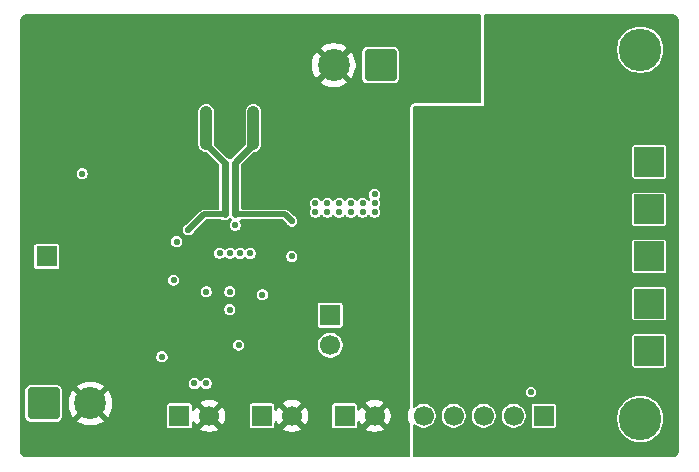
<source format=gbr>
%TF.GenerationSoftware,KiCad,Pcbnew,9.0.6+1*%
%TF.CreationDate,Date%
%TF.ProjectId,solar_smart_station,736f6c61-725f-4736-9d61-72745f737461,+ (Unreleased)*%
%TF.SameCoordinates,Original*%
%TF.FileFunction,Copper,L2,Inr*%
%TF.FilePolarity,Positive*%
%FSLAX46Y46*%
G04 Gerber Fmt 4.6, Leading zero omitted, Abs format (unit mm)*
G04 Created by KiCad*
%MOMM*%
%LPD*%
G01*
G04 APERTURE LIST*
G04 Aperture macros list*
%AMRoundRect*
0 Rectangle with rounded corners*
0 $1 Rounding radius*
0 $2 $3 $4 $5 $6 $7 $8 $9 X,Y pos of 4 corners*
0 Add a 4 corners polygon primitive as box body*
4,1,4,$2,$3,$4,$5,$6,$7,$8,$9,$2,$3,0*
0 Add four circle primitives for the rounded corners*
1,1,$1+$1,$2,$3*
1,1,$1+$1,$4,$5*
1,1,$1+$1,$6,$7*
1,1,$1+$1,$8,$9*
0 Add four rect primitives between the rounded corners*
20,1,$1+$1,$2,$3,$4,$5,0*
20,1,$1+$1,$4,$5,$6,$7,0*
20,1,$1+$1,$6,$7,$8,$9,0*
20,1,$1+$1,$8,$9,$2,$3,0*%
G04 Aperture macros list end*
%TA.AperFunction,ComponentPad*%
%ADD10R,2.500000X2.500000*%
%TD*%
%TA.AperFunction,ComponentPad*%
%ADD11C,3.600000*%
%TD*%
%TA.AperFunction,ComponentPad*%
%ADD12R,1.700000X1.700000*%
%TD*%
%TA.AperFunction,ComponentPad*%
%ADD13C,1.700000*%
%TD*%
%TA.AperFunction,ComponentPad*%
%ADD14RoundRect,0.250001X1.099999X1.099999X-1.099999X1.099999X-1.099999X-1.099999X1.099999X-1.099999X0*%
%TD*%
%TA.AperFunction,ComponentPad*%
%ADD15C,2.700000*%
%TD*%
%TA.AperFunction,ComponentPad*%
%ADD16RoundRect,0.250001X-1.099999X-1.099999X1.099999X-1.099999X1.099999X1.099999X-1.099999X1.099999X0*%
%TD*%
%TA.AperFunction,ViaPad*%
%ADD17C,0.550000*%
%TD*%
%TA.AperFunction,Conductor*%
%ADD18C,0.600000*%
%TD*%
%TA.AperFunction,Conductor*%
%ADD19C,1.000000*%
%TD*%
%TA.AperFunction,Conductor*%
%ADD20C,0.500000*%
%TD*%
G04 APERTURE END LIST*
D10*
%TO.N,Net-(H4-Pad1)*%
%TO.C,H4*%
X84000000Y-163500000D03*
%TD*%
D11*
%TO.N,unconnected-(H8-Pad1)_2*%
%TO.C,H8*%
X83250000Y-150000000D03*
%TD*%
D10*
%TO.N,Net-(H2-Pad1)*%
%TO.C,H2*%
X84000000Y-171500000D03*
%TD*%
%TO.N,-BATT*%
%TO.C,H6*%
X84000000Y-155500000D03*
%TD*%
D12*
%TO.N,CE_N*%
%TO.C,J1*%
X44225000Y-181000000D03*
D13*
%TO.N,GND*%
X46765000Y-181000000D03*
%TD*%
D12*
%TO.N,REGN*%
%TO.C,J2*%
X57000000Y-172475000D03*
D13*
%TO.N,LDO_IN*%
X57000000Y-175015000D03*
%TD*%
D10*
%TO.N,BATTERY_PACK*%
%TO.C,H1*%
X84000000Y-175500000D03*
%TD*%
D12*
%TO.N,VCC*%
%TO.C,J3*%
X75080000Y-181000000D03*
D13*
%TO.N,SWDIO*%
X72540000Y-181000000D03*
%TO.N,SWCLK*%
X70000000Y-181000000D03*
%TO.N,RST*%
X67460000Y-181000000D03*
%TO.N,GND*%
X64920000Y-181000000D03*
%TD*%
D10*
%TO.N,Net-(H3-Pad1)*%
%TO.C,H3*%
X84000000Y-167500000D03*
%TD*%
D12*
%TO.N,THERMISTOR_2*%
%TO.C,J8*%
X58225000Y-181000000D03*
D13*
%TO.N,GND*%
X60765000Y-181000000D03*
%TD*%
D11*
%TO.N,GND*%
%TO.C,H7*%
X34250000Y-150250000D03*
%TD*%
D10*
%TO.N,Net-(H5-Pad1)*%
%TO.C,H5*%
X84000000Y-159500000D03*
%TD*%
D11*
%TO.N,GND*%
%TO.C,H9*%
X83250000Y-181250000D03*
%TD*%
D12*
%TO.N,/Project Architecture/SolarCharger/QON*%
%TO.C,TP1*%
X33000000Y-167500000D03*
%TD*%
%TO.N,THERMISTOR*%
%TO.C,J7*%
X51225000Y-181000000D03*
D13*
%TO.N,GND*%
X53765000Y-181000000D03*
%TD*%
D14*
%TO.N,SYSTEM_LOAD*%
%TO.C,J5*%
X61257500Y-151300000D03*
D15*
%TO.N,GND*%
X57297500Y-151300000D03*
%TD*%
D16*
%TO.N,+21V*%
%TO.C,J4*%
X32742500Y-179950000D03*
D15*
%TO.N,GND*%
X36702500Y-179950000D03*
%TD*%
D17*
%TO.N,GND*%
X39000000Y-155750000D03*
X53750000Y-163500000D03*
X59250000Y-166250000D03*
X41500000Y-168015000D03*
X55500000Y-155750000D03*
X44000000Y-155750000D03*
X58000000Y-155750000D03*
X36500000Y-173750000D03*
X54750000Y-177750000D03*
X39000000Y-168015000D03*
X53000000Y-155750000D03*
X54750000Y-177000000D03*
X56750000Y-166250000D03*
X53750000Y-161500000D03*
X47750000Y-165250000D03*
X41500000Y-155750000D03*
%TO.N,Net-(U1-SW1)*%
X48050002Y-163250000D03*
X46500000Y-155750000D03*
X45000000Y-165250000D03*
X46500000Y-158000000D03*
X46500000Y-157250000D03*
X48050002Y-163949998D03*
X46500000Y-156500000D03*
%TO.N,Net-(U1-SW2)*%
X48950000Y-163250000D03*
X50500000Y-156500000D03*
X50500000Y-157250000D03*
X50500000Y-158000000D03*
X53750000Y-164500000D03*
X50500000Y-155750000D03*
X48950000Y-163950000D03*
%TO.N,BATTERY_PACK*%
X59750000Y-163000000D03*
X56750000Y-163750000D03*
X58750000Y-163750000D03*
X60750000Y-163750000D03*
X55750000Y-163750000D03*
X57750000Y-163000000D03*
X60750000Y-163000000D03*
X60750000Y-162250000D03*
X56750000Y-163000000D03*
X57750000Y-163750000D03*
X55750000Y-163000000D03*
X58750000Y-163000000D03*
X59750000Y-163750000D03*
%TO.N,+3V3*%
X48499000Y-172000000D03*
X74000000Y-179000000D03*
X43750000Y-169500000D03*
X51250000Y-170750000D03*
%TO.N,REGN*%
X36000000Y-160500000D03*
X53750000Y-167500000D03*
X44000000Y-166250000D03*
%TO.N,/Project Architecture/SolarCharger/QON*%
X47640540Y-167215154D03*
%TO.N,-BATT*%
X79500000Y-161000000D03*
X75750000Y-156000000D03*
X79000000Y-149750000D03*
X64750000Y-155500000D03*
X71750000Y-171000000D03*
X75750000Y-154000000D03*
%TO.N,CE_N*%
X48533841Y-167230993D03*
%TO.N,RST*%
X48500000Y-170500000D03*
%TO.N,SWDIO*%
X45500000Y-178250000D03*
%TO.N,SWCLK*%
X46500000Y-178250000D03*
%TO.N,SCL*%
X49385961Y-167246832D03*
X46500000Y-170500000D03*
%TO.N,INT_N*%
X49250000Y-175000000D03*
X48948814Y-164846338D03*
%TO.N,SDA*%
X50218376Y-167239664D03*
X42750000Y-176000000D03*
%TD*%
D18*
%TO.N,Net-(U1-SW1)*%
X48000000Y-159500000D02*
X46500000Y-158000000D01*
D19*
X46500000Y-158000000D02*
X46500000Y-155250000D01*
D20*
X45000000Y-165250000D02*
X46300002Y-163949998D01*
D18*
X48050002Y-159550002D02*
X48000000Y-159500000D01*
X48050002Y-163949998D02*
X48050002Y-159550002D01*
D20*
X46300002Y-163949998D02*
X48050002Y-163949998D01*
D18*
%TO.N,Net-(U1-SW2)*%
X48950000Y-159550000D02*
X50500000Y-158000000D01*
D20*
X48950000Y-163950000D02*
X53200000Y-163950000D01*
D19*
X50500000Y-158000000D02*
X50500000Y-155250000D01*
D20*
X53200000Y-163950000D02*
X53750000Y-164500000D01*
D18*
X48950000Y-163950000D02*
X48950000Y-159550000D01*
%TD*%
%TA.AperFunction,Conductor*%
%TO.N,GND*%
G36*
X69737539Y-147020185D02*
G01*
X69783294Y-147072989D01*
X69794500Y-147124500D01*
X69794500Y-154420500D01*
X69774815Y-154487539D01*
X69722011Y-154533294D01*
X69670500Y-154544500D01*
X64123992Y-154544500D01*
X64080313Y-154549197D01*
X64028825Y-154560397D01*
X64018627Y-154562890D01*
X64018624Y-154562891D01*
X63937916Y-154605899D01*
X63937913Y-154605901D01*
X63885104Y-154651660D01*
X63867160Y-154669242D01*
X63867154Y-154669249D01*
X63822511Y-154749059D01*
X63822509Y-154749064D01*
X63802826Y-154816096D01*
X63802825Y-154816101D01*
X63802825Y-154816102D01*
X63800978Y-154828952D01*
X63794500Y-154874003D01*
X63794500Y-180191578D01*
X63794631Y-180198933D01*
X63794918Y-180206973D01*
X63777632Y-180274670D01*
X63771321Y-180284263D01*
X63765380Y-180292441D01*
X63765376Y-180292447D01*
X63668904Y-180481782D01*
X63603242Y-180683869D01*
X63603242Y-180683872D01*
X63570000Y-180893753D01*
X63570000Y-181106246D01*
X63603242Y-181316127D01*
X63603242Y-181316130D01*
X63668904Y-181518217D01*
X63765379Y-181707557D01*
X63772213Y-181716964D01*
X63795693Y-181782770D01*
X63794783Y-181804006D01*
X63794816Y-181804009D01*
X63794735Y-181805138D01*
X63794635Y-181807479D01*
X63794501Y-181808411D01*
X63794500Y-181808426D01*
X63794500Y-184375500D01*
X63774815Y-184442539D01*
X63722011Y-184488294D01*
X63670500Y-184499500D01*
X31256962Y-184499500D01*
X31243078Y-184498720D01*
X31230553Y-184497308D01*
X31152735Y-184488540D01*
X31125666Y-184482362D01*
X31046462Y-184454648D01*
X31021444Y-184442600D01*
X30950395Y-184397957D01*
X30928686Y-184380644D01*
X30869355Y-184321313D01*
X30852042Y-184299604D01*
X30834325Y-184271408D01*
X30807398Y-184228553D01*
X30795351Y-184203537D01*
X30767637Y-184124333D01*
X30761459Y-184097263D01*
X30751280Y-184006922D01*
X30750500Y-183993038D01*
X30750500Y-178795731D01*
X31192000Y-178795731D01*
X31192000Y-181104258D01*
X31194854Y-181134698D01*
X31194854Y-181134699D01*
X31239706Y-181262881D01*
X31239707Y-181262882D01*
X31320350Y-181372150D01*
X31429618Y-181452793D01*
X31557802Y-181497646D01*
X31557801Y-181497646D01*
X31561771Y-181498018D01*
X31588235Y-181500500D01*
X33896764Y-181500499D01*
X33927198Y-181497646D01*
X34055382Y-181452793D01*
X34164650Y-181372150D01*
X34198712Y-181325996D01*
X34216902Y-181301351D01*
X34216902Y-181301350D01*
X34245293Y-181262882D01*
X34290146Y-181134698D01*
X34293000Y-181104265D01*
X34292999Y-179828751D01*
X34852500Y-179828751D01*
X34852500Y-180071248D01*
X34852501Y-180071264D01*
X34884153Y-180311687D01*
X34946921Y-180545939D01*
X35039720Y-180769978D01*
X35039727Y-180769992D01*
X35160981Y-180980010D01*
X35229561Y-181069384D01*
X35948384Y-180350560D01*
X35949240Y-180352626D01*
X36042262Y-180491844D01*
X36160656Y-180610238D01*
X36299874Y-180703260D01*
X36301937Y-180704114D01*
X35583114Y-181422936D01*
X35583114Y-181422937D01*
X35672489Y-181491517D01*
X35672496Y-181491522D01*
X35882507Y-181612772D01*
X35882521Y-181612779D01*
X36106560Y-181705578D01*
X36340812Y-181768346D01*
X36581235Y-181799998D01*
X36581252Y-181800000D01*
X36823748Y-181800000D01*
X36823764Y-181799998D01*
X37064187Y-181768346D01*
X37298439Y-181705578D01*
X37522478Y-181612779D01*
X37522492Y-181612772D01*
X37732516Y-181491515D01*
X37821884Y-181422939D01*
X37821884Y-181422936D01*
X37103062Y-180704114D01*
X37105126Y-180703260D01*
X37244344Y-180610238D01*
X37362738Y-180491844D01*
X37455760Y-180352626D01*
X37456614Y-180350562D01*
X38175436Y-181069384D01*
X38175439Y-181069384D01*
X38244015Y-180980016D01*
X38365272Y-180769992D01*
X38365279Y-180769978D01*
X38458078Y-180545939D01*
X38520846Y-180311687D01*
X38544734Y-180130247D01*
X43174500Y-180130247D01*
X43174500Y-181869752D01*
X43186131Y-181928229D01*
X43186132Y-181928230D01*
X43230447Y-181994552D01*
X43296769Y-182038867D01*
X43296770Y-182038868D01*
X43355247Y-182050499D01*
X43355250Y-182050500D01*
X43355252Y-182050500D01*
X45094750Y-182050500D01*
X45094751Y-182050499D01*
X45109568Y-182047552D01*
X45153229Y-182038868D01*
X45153229Y-182038867D01*
X45153231Y-182038867D01*
X45219552Y-181994552D01*
X45263867Y-181928231D01*
X45263867Y-181928229D01*
X45263868Y-181928229D01*
X45275499Y-181869752D01*
X45275500Y-181869750D01*
X45275500Y-181566048D01*
X45295185Y-181499009D01*
X45347989Y-181453254D01*
X45417147Y-181443310D01*
X45480703Y-181472335D01*
X45510938Y-181514264D01*
X45511694Y-181513879D01*
X45610375Y-181707550D01*
X45649728Y-181761716D01*
X46282037Y-181129408D01*
X46299075Y-181192993D01*
X46364901Y-181307007D01*
X46457993Y-181400099D01*
X46572007Y-181465925D01*
X46635590Y-181482962D01*
X46003282Y-182115269D01*
X46003282Y-182115270D01*
X46057449Y-182154624D01*
X46246782Y-182251095D01*
X46448870Y-182316757D01*
X46658754Y-182350000D01*
X46871246Y-182350000D01*
X47081127Y-182316757D01*
X47081130Y-182316757D01*
X47283217Y-182251095D01*
X47472554Y-182154622D01*
X47526716Y-182115270D01*
X47526717Y-182115270D01*
X46894408Y-181482962D01*
X46957993Y-181465925D01*
X47072007Y-181400099D01*
X47165099Y-181307007D01*
X47230925Y-181192993D01*
X47247962Y-181129408D01*
X47880270Y-181761717D01*
X47880270Y-181761716D01*
X47919622Y-181707554D01*
X48016095Y-181518217D01*
X48081757Y-181316130D01*
X48081757Y-181316127D01*
X48115000Y-181106246D01*
X48115000Y-180893753D01*
X48081757Y-180683872D01*
X48081757Y-180683869D01*
X48016095Y-180481782D01*
X47919624Y-180292449D01*
X47880270Y-180238282D01*
X47880269Y-180238282D01*
X47247962Y-180870590D01*
X47230925Y-180807007D01*
X47165099Y-180692993D01*
X47072007Y-180599901D01*
X46957993Y-180534075D01*
X46894409Y-180517037D01*
X47281198Y-180130247D01*
X50174500Y-180130247D01*
X50174500Y-181869752D01*
X50186131Y-181928229D01*
X50186132Y-181928230D01*
X50230447Y-181994552D01*
X50296769Y-182038867D01*
X50296770Y-182038868D01*
X50355247Y-182050499D01*
X50355250Y-182050500D01*
X50355252Y-182050500D01*
X52094750Y-182050500D01*
X52094751Y-182050499D01*
X52109568Y-182047552D01*
X52153229Y-182038868D01*
X52153229Y-182038867D01*
X52153231Y-182038867D01*
X52219552Y-181994552D01*
X52263867Y-181928231D01*
X52263867Y-181928229D01*
X52263868Y-181928229D01*
X52275499Y-181869752D01*
X52275500Y-181869750D01*
X52275500Y-181566048D01*
X52295185Y-181499009D01*
X52347989Y-181453254D01*
X52417147Y-181443310D01*
X52480703Y-181472335D01*
X52510938Y-181514264D01*
X52511694Y-181513879D01*
X52610375Y-181707550D01*
X52649728Y-181761716D01*
X53282037Y-181129408D01*
X53299075Y-181192993D01*
X53364901Y-181307007D01*
X53457993Y-181400099D01*
X53572007Y-181465925D01*
X53635590Y-181482962D01*
X53003282Y-182115269D01*
X53003282Y-182115270D01*
X53057449Y-182154624D01*
X53246782Y-182251095D01*
X53448870Y-182316757D01*
X53658754Y-182350000D01*
X53871246Y-182350000D01*
X54081127Y-182316757D01*
X54081130Y-182316757D01*
X54283217Y-182251095D01*
X54472554Y-182154622D01*
X54526716Y-182115270D01*
X54526717Y-182115270D01*
X53894408Y-181482962D01*
X53957993Y-181465925D01*
X54072007Y-181400099D01*
X54165099Y-181307007D01*
X54230925Y-181192993D01*
X54247962Y-181129409D01*
X54880270Y-181761717D01*
X54880270Y-181761716D01*
X54919622Y-181707554D01*
X55016095Y-181518217D01*
X55081757Y-181316130D01*
X55081757Y-181316127D01*
X55115000Y-181106246D01*
X55115000Y-180893753D01*
X55081757Y-180683872D01*
X55081757Y-180683869D01*
X55016095Y-180481782D01*
X54919624Y-180292449D01*
X54880270Y-180238282D01*
X54880269Y-180238282D01*
X54247962Y-180870590D01*
X54230925Y-180807007D01*
X54165099Y-180692993D01*
X54072007Y-180599901D01*
X53957993Y-180534075D01*
X53894409Y-180517037D01*
X54281198Y-180130247D01*
X57174500Y-180130247D01*
X57174500Y-181869752D01*
X57186131Y-181928229D01*
X57186132Y-181928230D01*
X57230447Y-181994552D01*
X57296769Y-182038867D01*
X57296770Y-182038868D01*
X57355247Y-182050499D01*
X57355250Y-182050500D01*
X57355252Y-182050500D01*
X59094750Y-182050500D01*
X59094751Y-182050499D01*
X59109568Y-182047552D01*
X59153229Y-182038868D01*
X59153229Y-182038867D01*
X59153231Y-182038867D01*
X59219552Y-181994552D01*
X59263867Y-181928231D01*
X59263867Y-181928229D01*
X59263868Y-181928229D01*
X59275499Y-181869752D01*
X59275500Y-181869750D01*
X59275500Y-181566048D01*
X59295185Y-181499009D01*
X59347989Y-181453254D01*
X59417147Y-181443310D01*
X59480703Y-181472335D01*
X59510938Y-181514264D01*
X59511694Y-181513879D01*
X59610375Y-181707550D01*
X59649728Y-181761716D01*
X60282037Y-181129408D01*
X60299075Y-181192993D01*
X60364901Y-181307007D01*
X60457993Y-181400099D01*
X60572007Y-181465925D01*
X60635590Y-181482962D01*
X60003282Y-182115269D01*
X60003282Y-182115270D01*
X60057449Y-182154624D01*
X60246782Y-182251095D01*
X60448870Y-182316757D01*
X60658754Y-182350000D01*
X60871246Y-182350000D01*
X61081127Y-182316757D01*
X61081130Y-182316757D01*
X61283217Y-182251095D01*
X61472554Y-182154622D01*
X61526716Y-182115270D01*
X61526717Y-182115270D01*
X60894408Y-181482962D01*
X60957993Y-181465925D01*
X61072007Y-181400099D01*
X61165099Y-181307007D01*
X61230925Y-181192993D01*
X61247962Y-181129408D01*
X61880270Y-181761717D01*
X61880270Y-181761716D01*
X61919622Y-181707554D01*
X62016095Y-181518217D01*
X62081757Y-181316130D01*
X62081757Y-181316127D01*
X62115000Y-181106246D01*
X62115000Y-180893753D01*
X62081757Y-180683872D01*
X62081757Y-180683869D01*
X62016095Y-180481782D01*
X61919624Y-180292449D01*
X61880270Y-180238282D01*
X61880269Y-180238282D01*
X61247962Y-180870590D01*
X61230925Y-180807007D01*
X61165099Y-180692993D01*
X61072007Y-180599901D01*
X60957993Y-180534075D01*
X60894409Y-180517037D01*
X61526716Y-179884728D01*
X61472550Y-179845375D01*
X61283217Y-179748904D01*
X61081129Y-179683242D01*
X60871246Y-179650000D01*
X60658754Y-179650000D01*
X60448872Y-179683242D01*
X60448869Y-179683242D01*
X60246782Y-179748904D01*
X60057439Y-179845380D01*
X60003282Y-179884727D01*
X60003282Y-179884728D01*
X60635591Y-180517037D01*
X60572007Y-180534075D01*
X60457993Y-180599901D01*
X60364901Y-180692993D01*
X60299075Y-180807007D01*
X60282037Y-180870591D01*
X59649728Y-180238282D01*
X59649727Y-180238282D01*
X59610380Y-180292439D01*
X59511694Y-180486121D01*
X59510678Y-180485603D01*
X59470212Y-180535813D01*
X59403916Y-180557872D01*
X59336218Y-180540588D01*
X59288612Y-180489447D01*
X59275500Y-180433951D01*
X59275500Y-180130249D01*
X59275499Y-180130247D01*
X59263868Y-180071770D01*
X59263867Y-180071769D01*
X59219552Y-180005447D01*
X59153230Y-179961132D01*
X59153229Y-179961131D01*
X59094752Y-179949500D01*
X59094748Y-179949500D01*
X57355252Y-179949500D01*
X57355247Y-179949500D01*
X57296770Y-179961131D01*
X57296769Y-179961132D01*
X57230447Y-180005447D01*
X57186132Y-180071769D01*
X57186131Y-180071770D01*
X57174500Y-180130247D01*
X54281198Y-180130247D01*
X54526716Y-179884728D01*
X54472550Y-179845375D01*
X54283217Y-179748904D01*
X54081129Y-179683242D01*
X53871246Y-179650000D01*
X53658754Y-179650000D01*
X53448872Y-179683242D01*
X53448869Y-179683242D01*
X53246782Y-179748904D01*
X53057439Y-179845380D01*
X53003282Y-179884727D01*
X53003282Y-179884728D01*
X53635591Y-180517037D01*
X53572007Y-180534075D01*
X53457993Y-180599901D01*
X53364901Y-180692993D01*
X53299075Y-180807007D01*
X53282037Y-180870591D01*
X52649728Y-180238282D01*
X52649727Y-180238282D01*
X52610380Y-180292439D01*
X52511694Y-180486121D01*
X52510678Y-180485603D01*
X52470212Y-180535813D01*
X52403916Y-180557872D01*
X52336218Y-180540588D01*
X52288612Y-180489447D01*
X52275500Y-180433951D01*
X52275500Y-180130249D01*
X52275499Y-180130247D01*
X52263868Y-180071770D01*
X52263867Y-180071769D01*
X52219552Y-180005447D01*
X52153230Y-179961132D01*
X52153229Y-179961131D01*
X52094752Y-179949500D01*
X52094748Y-179949500D01*
X50355252Y-179949500D01*
X50355247Y-179949500D01*
X50296770Y-179961131D01*
X50296769Y-179961132D01*
X50230447Y-180005447D01*
X50186132Y-180071769D01*
X50186131Y-180071770D01*
X50174500Y-180130247D01*
X47281198Y-180130247D01*
X47526716Y-179884728D01*
X47472550Y-179845375D01*
X47283217Y-179748904D01*
X47081129Y-179683242D01*
X46871246Y-179650000D01*
X46658754Y-179650000D01*
X46448872Y-179683242D01*
X46448869Y-179683242D01*
X46246782Y-179748904D01*
X46057439Y-179845380D01*
X46003282Y-179884727D01*
X46003282Y-179884728D01*
X46635591Y-180517037D01*
X46572007Y-180534075D01*
X46457993Y-180599901D01*
X46364901Y-180692993D01*
X46299075Y-180807007D01*
X46282037Y-180870591D01*
X45649728Y-180238282D01*
X45649727Y-180238282D01*
X45610380Y-180292439D01*
X45511694Y-180486121D01*
X45510678Y-180485603D01*
X45470212Y-180535813D01*
X45403916Y-180557872D01*
X45336218Y-180540588D01*
X45288612Y-180489447D01*
X45275500Y-180433951D01*
X45275500Y-180130249D01*
X45275499Y-180130247D01*
X45263868Y-180071770D01*
X45263867Y-180071769D01*
X45219552Y-180005447D01*
X45153230Y-179961132D01*
X45153229Y-179961131D01*
X45094752Y-179949500D01*
X45094748Y-179949500D01*
X43355252Y-179949500D01*
X43355247Y-179949500D01*
X43296770Y-179961131D01*
X43296769Y-179961132D01*
X43230447Y-180005447D01*
X43186132Y-180071769D01*
X43186131Y-180071770D01*
X43174500Y-180130247D01*
X38544734Y-180130247D01*
X38547666Y-180107975D01*
X38552498Y-180071265D01*
X38552500Y-180071248D01*
X38552500Y-179828751D01*
X38552498Y-179828735D01*
X38520846Y-179588312D01*
X38458078Y-179354060D01*
X38365279Y-179130021D01*
X38365272Y-179130007D01*
X38244022Y-178919996D01*
X38244017Y-178919989D01*
X38175437Y-178830614D01*
X38175436Y-178830614D01*
X37456614Y-179549436D01*
X37455760Y-179547374D01*
X37362738Y-179408156D01*
X37244344Y-179289762D01*
X37105126Y-179196740D01*
X37103060Y-179195884D01*
X37821884Y-178477061D01*
X37732510Y-178408481D01*
X37522491Y-178287226D01*
X37522478Y-178287220D01*
X37298439Y-178194421D01*
X37272233Y-178187399D01*
X45024500Y-178187399D01*
X45024500Y-178312601D01*
X45056905Y-178433536D01*
X45119505Y-178541964D01*
X45208036Y-178630495D01*
X45316464Y-178693095D01*
X45437399Y-178725500D01*
X45437401Y-178725500D01*
X45562599Y-178725500D01*
X45562601Y-178725500D01*
X45683536Y-178693095D01*
X45791964Y-178630495D01*
X45880495Y-178541964D01*
X45892612Y-178520975D01*
X45943179Y-178472760D01*
X46011786Y-178459536D01*
X46076651Y-178485504D01*
X46107388Y-178520976D01*
X46119503Y-178541962D01*
X46119505Y-178541964D01*
X46208036Y-178630495D01*
X46316464Y-178693095D01*
X46437399Y-178725500D01*
X46437401Y-178725500D01*
X46562599Y-178725500D01*
X46562601Y-178725500D01*
X46683536Y-178693095D01*
X46791964Y-178630495D01*
X46880495Y-178541964D01*
X46943095Y-178433536D01*
X46975500Y-178312601D01*
X46975500Y-178187399D01*
X46943095Y-178066464D01*
X46880495Y-177958036D01*
X46791964Y-177869505D01*
X46683536Y-177806905D01*
X46683537Y-177806905D01*
X46643224Y-177796103D01*
X46562601Y-177774500D01*
X46437399Y-177774500D01*
X46356775Y-177796103D01*
X46316463Y-177806905D01*
X46208037Y-177869504D01*
X46208034Y-177869506D01*
X46119504Y-177958036D01*
X46107387Y-177979025D01*
X46056820Y-178027240D01*
X45988212Y-178040462D01*
X45923348Y-178014494D01*
X45892613Y-177979025D01*
X45880495Y-177958036D01*
X45791965Y-177869506D01*
X45791964Y-177869505D01*
X45683536Y-177806905D01*
X45683537Y-177806905D01*
X45643224Y-177796103D01*
X45562601Y-177774500D01*
X45437399Y-177774500D01*
X45356775Y-177796103D01*
X45316463Y-177806905D01*
X45208037Y-177869504D01*
X45208034Y-177869506D01*
X45119506Y-177958034D01*
X45119504Y-177958037D01*
X45056905Y-178066463D01*
X45056905Y-178066464D01*
X45024500Y-178187399D01*
X37272233Y-178187399D01*
X37064187Y-178131653D01*
X36823764Y-178100001D01*
X36823748Y-178100000D01*
X36581252Y-178100000D01*
X36581235Y-178100001D01*
X36340812Y-178131653D01*
X36106560Y-178194421D01*
X35882521Y-178287220D01*
X35882506Y-178287227D01*
X35672490Y-178408480D01*
X35583114Y-178477060D01*
X35583114Y-178477061D01*
X36301938Y-179195885D01*
X36299874Y-179196740D01*
X36160656Y-179289762D01*
X36042262Y-179408156D01*
X35949240Y-179547374D01*
X35948385Y-179549438D01*
X35229561Y-178830614D01*
X35229560Y-178830614D01*
X35160980Y-178919990D01*
X35039727Y-179130006D01*
X35039720Y-179130021D01*
X34946921Y-179354060D01*
X34884153Y-179588312D01*
X34852501Y-179828735D01*
X34852500Y-179828751D01*
X34292999Y-179828751D01*
X34292999Y-178795736D01*
X34290146Y-178765302D01*
X34245293Y-178637118D01*
X34164650Y-178527850D01*
X34055382Y-178447207D01*
X34055381Y-178447206D01*
X33927195Y-178402353D01*
X33927198Y-178402353D01*
X33896768Y-178399500D01*
X31588241Y-178399500D01*
X31557801Y-178402354D01*
X31557800Y-178402354D01*
X31429618Y-178447206D01*
X31320350Y-178527850D01*
X31239706Y-178637118D01*
X31194853Y-178765302D01*
X31192000Y-178795731D01*
X30750500Y-178795731D01*
X30750500Y-175937399D01*
X42274500Y-175937399D01*
X42274500Y-176062601D01*
X42306905Y-176183536D01*
X42369505Y-176291964D01*
X42458036Y-176380495D01*
X42566464Y-176443095D01*
X42687399Y-176475500D01*
X42687401Y-176475500D01*
X42812599Y-176475500D01*
X42812601Y-176475500D01*
X42933536Y-176443095D01*
X43041964Y-176380495D01*
X43130495Y-176291964D01*
X43193095Y-176183536D01*
X43225500Y-176062601D01*
X43225500Y-175937399D01*
X43193095Y-175816464D01*
X43130495Y-175708036D01*
X43041964Y-175619505D01*
X42933536Y-175556905D01*
X42933537Y-175556905D01*
X42893224Y-175546103D01*
X42812601Y-175524500D01*
X42687399Y-175524500D01*
X42606775Y-175546103D01*
X42566463Y-175556905D01*
X42458037Y-175619504D01*
X42458034Y-175619506D01*
X42369506Y-175708034D01*
X42369504Y-175708037D01*
X42306905Y-175816463D01*
X42306905Y-175816464D01*
X42274500Y-175937399D01*
X30750500Y-175937399D01*
X30750500Y-174937399D01*
X48774500Y-174937399D01*
X48774500Y-175062601D01*
X48806905Y-175183536D01*
X48869505Y-175291964D01*
X48958036Y-175380495D01*
X49066464Y-175443095D01*
X49187399Y-175475500D01*
X49187401Y-175475500D01*
X49312599Y-175475500D01*
X49312601Y-175475500D01*
X49433536Y-175443095D01*
X49541964Y-175380495D01*
X49630495Y-175291964D01*
X49693095Y-175183536D01*
X49725500Y-175062601D01*
X49725500Y-174937399D01*
X49718568Y-174911530D01*
X55949500Y-174911530D01*
X55949500Y-175118469D01*
X55989868Y-175321412D01*
X55989870Y-175321420D01*
X56069058Y-175512596D01*
X56184024Y-175684657D01*
X56330342Y-175830975D01*
X56330345Y-175830977D01*
X56502402Y-175945941D01*
X56693580Y-176025130D01*
X56881951Y-176062599D01*
X56896530Y-176065499D01*
X56896534Y-176065500D01*
X56896535Y-176065500D01*
X57103466Y-176065500D01*
X57103467Y-176065499D01*
X57306420Y-176025130D01*
X57497598Y-175945941D01*
X57669655Y-175830977D01*
X57815977Y-175684655D01*
X57930941Y-175512598D01*
X58010130Y-175321420D01*
X58050500Y-175118465D01*
X58050500Y-174911535D01*
X58010130Y-174708580D01*
X57930941Y-174517402D01*
X57815977Y-174345345D01*
X57815975Y-174345342D01*
X57669657Y-174199024D01*
X57583626Y-174141541D01*
X57497598Y-174084059D01*
X57306420Y-174004870D01*
X57306412Y-174004868D01*
X57103469Y-173964500D01*
X57103465Y-173964500D01*
X56896535Y-173964500D01*
X56896530Y-173964500D01*
X56693587Y-174004868D01*
X56693579Y-174004870D01*
X56502403Y-174084058D01*
X56330342Y-174199024D01*
X56184024Y-174345342D01*
X56069058Y-174517403D01*
X55989870Y-174708579D01*
X55989868Y-174708587D01*
X55949500Y-174911530D01*
X49718568Y-174911530D01*
X49693095Y-174816464D01*
X49630495Y-174708036D01*
X49541964Y-174619505D01*
X49433536Y-174556905D01*
X49433537Y-174556905D01*
X49393224Y-174546103D01*
X49312601Y-174524500D01*
X49187399Y-174524500D01*
X49106775Y-174546103D01*
X49066463Y-174556905D01*
X48958037Y-174619504D01*
X48958034Y-174619506D01*
X48869506Y-174708034D01*
X48869504Y-174708037D01*
X48806905Y-174816463D01*
X48806905Y-174816464D01*
X48774500Y-174937399D01*
X30750500Y-174937399D01*
X30750500Y-171937399D01*
X48023500Y-171937399D01*
X48023500Y-172062601D01*
X48055905Y-172183536D01*
X48118505Y-172291964D01*
X48207036Y-172380495D01*
X48315464Y-172443095D01*
X48436399Y-172475500D01*
X48436401Y-172475500D01*
X48561599Y-172475500D01*
X48561601Y-172475500D01*
X48682536Y-172443095D01*
X48790964Y-172380495D01*
X48879495Y-172291964D01*
X48942095Y-172183536D01*
X48974500Y-172062601D01*
X48974500Y-171937399D01*
X48942095Y-171816464D01*
X48879495Y-171708036D01*
X48790964Y-171619505D01*
X48766268Y-171605247D01*
X55949500Y-171605247D01*
X55949500Y-173344752D01*
X55961131Y-173403229D01*
X55961132Y-173403230D01*
X56005447Y-173469552D01*
X56071769Y-173513867D01*
X56071770Y-173513868D01*
X56130247Y-173525499D01*
X56130250Y-173525500D01*
X56130252Y-173525500D01*
X57869750Y-173525500D01*
X57869751Y-173525499D01*
X57884568Y-173522552D01*
X57928229Y-173513868D01*
X57928229Y-173513867D01*
X57928231Y-173513867D01*
X57994552Y-173469552D01*
X58038867Y-173403231D01*
X58038867Y-173403229D01*
X58038868Y-173403229D01*
X58050499Y-173344752D01*
X58050500Y-173344750D01*
X58050500Y-171605249D01*
X58050499Y-171605247D01*
X58038868Y-171546770D01*
X58038867Y-171546769D01*
X57994552Y-171480447D01*
X57928230Y-171436132D01*
X57928229Y-171436131D01*
X57869752Y-171424500D01*
X57869748Y-171424500D01*
X56130252Y-171424500D01*
X56130247Y-171424500D01*
X56071770Y-171436131D01*
X56071769Y-171436132D01*
X56005447Y-171480447D01*
X55961132Y-171546769D01*
X55961131Y-171546770D01*
X55949500Y-171605247D01*
X48766268Y-171605247D01*
X48682536Y-171556905D01*
X48682537Y-171556905D01*
X48642224Y-171546103D01*
X48561601Y-171524500D01*
X48436399Y-171524500D01*
X48355775Y-171546103D01*
X48315463Y-171556905D01*
X48207037Y-171619504D01*
X48207034Y-171619506D01*
X48118506Y-171708034D01*
X48118504Y-171708037D01*
X48055905Y-171816463D01*
X48055905Y-171816464D01*
X48023500Y-171937399D01*
X30750500Y-171937399D01*
X30750500Y-170437399D01*
X46024500Y-170437399D01*
X46024500Y-170562601D01*
X46056905Y-170683536D01*
X46119505Y-170791964D01*
X46208036Y-170880495D01*
X46316464Y-170943095D01*
X46437399Y-170975500D01*
X46437401Y-170975500D01*
X46562599Y-170975500D01*
X46562601Y-170975500D01*
X46683536Y-170943095D01*
X46791964Y-170880495D01*
X46880495Y-170791964D01*
X46943095Y-170683536D01*
X46975500Y-170562601D01*
X46975500Y-170437399D01*
X48024500Y-170437399D01*
X48024500Y-170562601D01*
X48056905Y-170683536D01*
X48119505Y-170791964D01*
X48208036Y-170880495D01*
X48316464Y-170943095D01*
X48437399Y-170975500D01*
X48437401Y-170975500D01*
X48562599Y-170975500D01*
X48562601Y-170975500D01*
X48683536Y-170943095D01*
X48791964Y-170880495D01*
X48880495Y-170791964D01*
X48940865Y-170687399D01*
X50774500Y-170687399D01*
X50774500Y-170812601D01*
X50806905Y-170933536D01*
X50869505Y-171041964D01*
X50958036Y-171130495D01*
X51066464Y-171193095D01*
X51187399Y-171225500D01*
X51187401Y-171225500D01*
X51312599Y-171225500D01*
X51312601Y-171225500D01*
X51433536Y-171193095D01*
X51541964Y-171130495D01*
X51630495Y-171041964D01*
X51693095Y-170933536D01*
X51725500Y-170812601D01*
X51725500Y-170687399D01*
X51693095Y-170566464D01*
X51630495Y-170458036D01*
X51541964Y-170369505D01*
X51433536Y-170306905D01*
X51433537Y-170306905D01*
X51389107Y-170295000D01*
X51312601Y-170274500D01*
X51187399Y-170274500D01*
X51110893Y-170295000D01*
X51066463Y-170306905D01*
X50958037Y-170369504D01*
X50958034Y-170369506D01*
X50869506Y-170458034D01*
X50869504Y-170458037D01*
X50806905Y-170566463D01*
X50806905Y-170566464D01*
X50774500Y-170687399D01*
X48940865Y-170687399D01*
X48943095Y-170683536D01*
X48975500Y-170562601D01*
X48975500Y-170437399D01*
X48943095Y-170316464D01*
X48880495Y-170208036D01*
X48791964Y-170119505D01*
X48683536Y-170056905D01*
X48683537Y-170056905D01*
X48643224Y-170046103D01*
X48562601Y-170024500D01*
X48437399Y-170024500D01*
X48356775Y-170046103D01*
X48316463Y-170056905D01*
X48208037Y-170119504D01*
X48208034Y-170119506D01*
X48119506Y-170208034D01*
X48119504Y-170208037D01*
X48056905Y-170316463D01*
X48056905Y-170316464D01*
X48024500Y-170437399D01*
X46975500Y-170437399D01*
X46943095Y-170316464D01*
X46880495Y-170208036D01*
X46791964Y-170119505D01*
X46683536Y-170056905D01*
X46683537Y-170056905D01*
X46643224Y-170046103D01*
X46562601Y-170024500D01*
X46437399Y-170024500D01*
X46356775Y-170046103D01*
X46316463Y-170056905D01*
X46208037Y-170119504D01*
X46208034Y-170119506D01*
X46119506Y-170208034D01*
X46119504Y-170208037D01*
X46056905Y-170316463D01*
X46056905Y-170316464D01*
X46024500Y-170437399D01*
X30750500Y-170437399D01*
X30750500Y-169437399D01*
X43274500Y-169437399D01*
X43274500Y-169562601D01*
X43306905Y-169683536D01*
X43369505Y-169791964D01*
X43458036Y-169880495D01*
X43566464Y-169943095D01*
X43687399Y-169975500D01*
X43687401Y-169975500D01*
X43812599Y-169975500D01*
X43812601Y-169975500D01*
X43933536Y-169943095D01*
X44041964Y-169880495D01*
X44130495Y-169791964D01*
X44193095Y-169683536D01*
X44225500Y-169562601D01*
X44225500Y-169437399D01*
X44193095Y-169316464D01*
X44130495Y-169208036D01*
X44041964Y-169119505D01*
X43933536Y-169056905D01*
X43933537Y-169056905D01*
X43893224Y-169046103D01*
X43812601Y-169024500D01*
X43687399Y-169024500D01*
X43606775Y-169046103D01*
X43566463Y-169056905D01*
X43458037Y-169119504D01*
X43458034Y-169119506D01*
X43369506Y-169208034D01*
X43369504Y-169208037D01*
X43306905Y-169316463D01*
X43306905Y-169316464D01*
X43274500Y-169437399D01*
X30750500Y-169437399D01*
X30750500Y-166630247D01*
X31949500Y-166630247D01*
X31949500Y-168369752D01*
X31961131Y-168428229D01*
X31961132Y-168428230D01*
X32005447Y-168494552D01*
X32071769Y-168538867D01*
X32071770Y-168538868D01*
X32130247Y-168550499D01*
X32130250Y-168550500D01*
X32130252Y-168550500D01*
X33869750Y-168550500D01*
X33869751Y-168550499D01*
X33884568Y-168547552D01*
X33928229Y-168538868D01*
X33928229Y-168538867D01*
X33928231Y-168538867D01*
X33994552Y-168494552D01*
X34038867Y-168428231D01*
X34038867Y-168428229D01*
X34038868Y-168428229D01*
X34050499Y-168369752D01*
X34050500Y-168369750D01*
X34050500Y-167152553D01*
X47165040Y-167152553D01*
X47165040Y-167277755D01*
X47197445Y-167398690D01*
X47260045Y-167507118D01*
X47348576Y-167595649D01*
X47457004Y-167658249D01*
X47577939Y-167690654D01*
X47577941Y-167690654D01*
X47703139Y-167690654D01*
X47703141Y-167690654D01*
X47824076Y-167658249D01*
X47932504Y-167595649D01*
X47991590Y-167536563D01*
X48052913Y-167503078D01*
X48122605Y-167508062D01*
X48166952Y-167536563D01*
X48241877Y-167611488D01*
X48350305Y-167674088D01*
X48471240Y-167706493D01*
X48471242Y-167706493D01*
X48596440Y-167706493D01*
X48596442Y-167706493D01*
X48717377Y-167674088D01*
X48825805Y-167611488D01*
X48864301Y-167572991D01*
X48925622Y-167539507D01*
X48995313Y-167544491D01*
X49039662Y-167572992D01*
X49093997Y-167627327D01*
X49202425Y-167689927D01*
X49323360Y-167722332D01*
X49323362Y-167722332D01*
X49448560Y-167722332D01*
X49448562Y-167722332D01*
X49569497Y-167689927D01*
X49677925Y-167627327D01*
X49718072Y-167587179D01*
X49779393Y-167553695D01*
X49849084Y-167558679D01*
X49893433Y-167587180D01*
X49926412Y-167620159D01*
X50034840Y-167682759D01*
X50155775Y-167715164D01*
X50155777Y-167715164D01*
X50280975Y-167715164D01*
X50280977Y-167715164D01*
X50401912Y-167682759D01*
X50510340Y-167620159D01*
X50598871Y-167531628D01*
X50653273Y-167437399D01*
X53274500Y-167437399D01*
X53274500Y-167562601D01*
X53306905Y-167683536D01*
X53369505Y-167791964D01*
X53458036Y-167880495D01*
X53566464Y-167943095D01*
X53687399Y-167975500D01*
X53687401Y-167975500D01*
X53812599Y-167975500D01*
X53812601Y-167975500D01*
X53933536Y-167943095D01*
X54041964Y-167880495D01*
X54130495Y-167791964D01*
X54193095Y-167683536D01*
X54225500Y-167562601D01*
X54225500Y-167437399D01*
X54193095Y-167316464D01*
X54130495Y-167208036D01*
X54041964Y-167119505D01*
X53933536Y-167056905D01*
X53933537Y-167056905D01*
X53893224Y-167046103D01*
X53812601Y-167024500D01*
X53687399Y-167024500D01*
X53606775Y-167046103D01*
X53566463Y-167056905D01*
X53458037Y-167119504D01*
X53458034Y-167119506D01*
X53369506Y-167208034D01*
X53369504Y-167208037D01*
X53306905Y-167316463D01*
X53306905Y-167316464D01*
X53274500Y-167437399D01*
X50653273Y-167437399D01*
X50661471Y-167423200D01*
X50693876Y-167302265D01*
X50693876Y-167177063D01*
X50661471Y-167056128D01*
X50598871Y-166947700D01*
X50510340Y-166859169D01*
X50401912Y-166796569D01*
X50401913Y-166796569D01*
X50361600Y-166785767D01*
X50280977Y-166764164D01*
X50155775Y-166764164D01*
X50075151Y-166785767D01*
X50034839Y-166796569D01*
X49926413Y-166859168D01*
X49926410Y-166859170D01*
X49886264Y-166899316D01*
X49824941Y-166932800D01*
X49755249Y-166927815D01*
X49710903Y-166899315D01*
X49677926Y-166866338D01*
X49677925Y-166866337D01*
X49569497Y-166803737D01*
X49569498Y-166803737D01*
X49510386Y-166787898D01*
X49448562Y-166771332D01*
X49323360Y-166771332D01*
X49261536Y-166787898D01*
X49202424Y-166803737D01*
X49093998Y-166866336D01*
X49093995Y-166866338D01*
X49055500Y-166904833D01*
X48994177Y-166938318D01*
X48924485Y-166933332D01*
X48880139Y-166904832D01*
X48825806Y-166850499D01*
X48825805Y-166850498D01*
X48717377Y-166787898D01*
X48717378Y-166787898D01*
X48658266Y-166772059D01*
X48596442Y-166755493D01*
X48471240Y-166755493D01*
X48409416Y-166772059D01*
X48350304Y-166787898D01*
X48241878Y-166850497D01*
X48241875Y-166850499D01*
X48182791Y-166909584D01*
X48121468Y-166943069D01*
X48051776Y-166938085D01*
X48007429Y-166909584D01*
X47932505Y-166834660D01*
X47932504Y-166834659D01*
X47824076Y-166772059D01*
X47824077Y-166772059D01*
X47783764Y-166761257D01*
X47703141Y-166739654D01*
X47577939Y-166739654D01*
X47497315Y-166761257D01*
X47457003Y-166772059D01*
X47348577Y-166834658D01*
X47348574Y-166834660D01*
X47260046Y-166923188D01*
X47260044Y-166923191D01*
X47197445Y-167031617D01*
X47190878Y-167056127D01*
X47165040Y-167152553D01*
X34050500Y-167152553D01*
X34050500Y-166630249D01*
X34050499Y-166630247D01*
X34038868Y-166571770D01*
X34038867Y-166571769D01*
X33994552Y-166505447D01*
X33928230Y-166461132D01*
X33928229Y-166461131D01*
X33869752Y-166449500D01*
X33869748Y-166449500D01*
X32130252Y-166449500D01*
X32130247Y-166449500D01*
X32071770Y-166461131D01*
X32071769Y-166461132D01*
X32005447Y-166505447D01*
X31961132Y-166571769D01*
X31961131Y-166571770D01*
X31949500Y-166630247D01*
X30750500Y-166630247D01*
X30750500Y-166187399D01*
X43524500Y-166187399D01*
X43524500Y-166312601D01*
X43556905Y-166433536D01*
X43619505Y-166541964D01*
X43708036Y-166630495D01*
X43816464Y-166693095D01*
X43937399Y-166725500D01*
X43937401Y-166725500D01*
X44062599Y-166725500D01*
X44062601Y-166725500D01*
X44183536Y-166693095D01*
X44291964Y-166630495D01*
X44380495Y-166541964D01*
X44443095Y-166433536D01*
X44475500Y-166312601D01*
X44475500Y-166187399D01*
X44443095Y-166066464D01*
X44380495Y-165958036D01*
X44291964Y-165869505D01*
X44183536Y-165806905D01*
X44183537Y-165806905D01*
X44143224Y-165796103D01*
X44062601Y-165774500D01*
X43937399Y-165774500D01*
X43856775Y-165796103D01*
X43816463Y-165806905D01*
X43708037Y-165869504D01*
X43708034Y-165869506D01*
X43619506Y-165958034D01*
X43619504Y-165958037D01*
X43556905Y-166066463D01*
X43556905Y-166066464D01*
X43524500Y-166187399D01*
X30750500Y-166187399D01*
X30750500Y-165187399D01*
X44524500Y-165187399D01*
X44524500Y-165312601D01*
X44556905Y-165433536D01*
X44619505Y-165541964D01*
X44708036Y-165630495D01*
X44816464Y-165693095D01*
X44937399Y-165725500D01*
X44937401Y-165725500D01*
X45062599Y-165725500D01*
X45062601Y-165725500D01*
X45183536Y-165693095D01*
X45291964Y-165630495D01*
X45380495Y-165541964D01*
X45443095Y-165433536D01*
X45451368Y-165402661D01*
X45483460Y-165347073D01*
X46433717Y-164396817D01*
X46495040Y-164363332D01*
X46521398Y-164360498D01*
X47776783Y-164360498D01*
X47838781Y-164377110D01*
X47862673Y-164390903D01*
X47866466Y-164393093D01*
X47987401Y-164425498D01*
X47987403Y-164425498D01*
X48112601Y-164425498D01*
X48112603Y-164425498D01*
X48233538Y-164393093D01*
X48341966Y-164330493D01*
X48412319Y-164260140D01*
X48420264Y-164255801D01*
X48425690Y-164248554D01*
X48450449Y-164239319D01*
X48473642Y-164226655D01*
X48482671Y-164227300D01*
X48491154Y-164224137D01*
X48516974Y-164229753D01*
X48543334Y-164231639D01*
X48552387Y-164237457D01*
X48559427Y-164238989D01*
X48587681Y-164260140D01*
X48637436Y-164309895D01*
X48670921Y-164371218D01*
X48665937Y-164440910D01*
X48637436Y-164485257D01*
X48568320Y-164554372D01*
X48568318Y-164554375D01*
X48505719Y-164662801D01*
X48505719Y-164662802D01*
X48473314Y-164783737D01*
X48473314Y-164908939D01*
X48505719Y-165029874D01*
X48568319Y-165138302D01*
X48656850Y-165226833D01*
X48765278Y-165289433D01*
X48886213Y-165321838D01*
X48886215Y-165321838D01*
X49011413Y-165321838D01*
X49011415Y-165321838D01*
X49132350Y-165289433D01*
X49240778Y-165226833D01*
X49329309Y-165138302D01*
X49391909Y-165029874D01*
X49424314Y-164908939D01*
X49424314Y-164783737D01*
X49391909Y-164662802D01*
X49329309Y-164554374D01*
X49329308Y-164554373D01*
X49325245Y-164547335D01*
X49328095Y-164545689D01*
X49308425Y-164494865D01*
X49322437Y-164426415D01*
X49371231Y-164376406D01*
X49431991Y-164360500D01*
X52978603Y-164360500D01*
X53045642Y-164380185D01*
X53066284Y-164396819D01*
X53266537Y-164597071D01*
X53298630Y-164652656D01*
X53301349Y-164662801D01*
X53306905Y-164683536D01*
X53369505Y-164791964D01*
X53458036Y-164880495D01*
X53566464Y-164943095D01*
X53687399Y-164975500D01*
X53687401Y-164975500D01*
X53812599Y-164975500D01*
X53812601Y-164975500D01*
X53933536Y-164943095D01*
X54041964Y-164880495D01*
X54130495Y-164791964D01*
X54193095Y-164683536D01*
X54225500Y-164562601D01*
X54225500Y-164437399D01*
X54193095Y-164316464D01*
X54130495Y-164208036D01*
X54041964Y-164119505D01*
X53933536Y-164056905D01*
X53933533Y-164056904D01*
X53902656Y-164048630D01*
X53847071Y-164016537D01*
X53452054Y-163621519D01*
X53452046Y-163621513D01*
X53358453Y-163567478D01*
X53358450Y-163567476D01*
X53358447Y-163567475D01*
X53254043Y-163539500D01*
X53254041Y-163539500D01*
X49534500Y-163539500D01*
X49525814Y-163536949D01*
X49516853Y-163538238D01*
X49492812Y-163527259D01*
X49467461Y-163519815D01*
X49461533Y-163512974D01*
X49453297Y-163509213D01*
X49439007Y-163486978D01*
X49421706Y-163467011D01*
X49419418Y-163456496D01*
X49415523Y-163450435D01*
X49410500Y-163415500D01*
X49410500Y-163384906D01*
X49414725Y-163352812D01*
X49425500Y-163312601D01*
X49425500Y-163187399D01*
X49414725Y-163147186D01*
X49410500Y-163115093D01*
X49410500Y-162937399D01*
X55274500Y-162937399D01*
X55274500Y-163062601D01*
X55306905Y-163183536D01*
X55369505Y-163291964D01*
X55369507Y-163291966D01*
X55374451Y-163298409D01*
X55371959Y-163300320D01*
X55398345Y-163348642D01*
X55393361Y-163418334D01*
X55372801Y-163450324D01*
X55374451Y-163451591D01*
X55369504Y-163458037D01*
X55306906Y-163566462D01*
X55306905Y-163566462D01*
X55292153Y-163621517D01*
X55274500Y-163687399D01*
X55274500Y-163812601D01*
X55306905Y-163933536D01*
X55369505Y-164041964D01*
X55458036Y-164130495D01*
X55566464Y-164193095D01*
X55687399Y-164225500D01*
X55687401Y-164225500D01*
X55812599Y-164225500D01*
X55812601Y-164225500D01*
X55933536Y-164193095D01*
X56041964Y-164130495D01*
X56130495Y-164041964D01*
X56142612Y-164020975D01*
X56193179Y-163972760D01*
X56261786Y-163959536D01*
X56326651Y-163985504D01*
X56357388Y-164020976D01*
X56369503Y-164041962D01*
X56369505Y-164041964D01*
X56458036Y-164130495D01*
X56566464Y-164193095D01*
X56687399Y-164225500D01*
X56687401Y-164225500D01*
X56812599Y-164225500D01*
X56812601Y-164225500D01*
X56933536Y-164193095D01*
X57041964Y-164130495D01*
X57130495Y-164041964D01*
X57142612Y-164020975D01*
X57193179Y-163972760D01*
X57261786Y-163959536D01*
X57326651Y-163985504D01*
X57357388Y-164020976D01*
X57369503Y-164041962D01*
X57369505Y-164041964D01*
X57458036Y-164130495D01*
X57566464Y-164193095D01*
X57687399Y-164225500D01*
X57687401Y-164225500D01*
X57812599Y-164225500D01*
X57812601Y-164225500D01*
X57933536Y-164193095D01*
X58041964Y-164130495D01*
X58130495Y-164041964D01*
X58142612Y-164020975D01*
X58193179Y-163972760D01*
X58261786Y-163959536D01*
X58326651Y-163985504D01*
X58357388Y-164020976D01*
X58369503Y-164041962D01*
X58369505Y-164041964D01*
X58458036Y-164130495D01*
X58566464Y-164193095D01*
X58687399Y-164225500D01*
X58687401Y-164225500D01*
X58812599Y-164225500D01*
X58812601Y-164225500D01*
X58933536Y-164193095D01*
X59041964Y-164130495D01*
X59130495Y-164041964D01*
X59142612Y-164020975D01*
X59193179Y-163972760D01*
X59261786Y-163959536D01*
X59326651Y-163985504D01*
X59357388Y-164020976D01*
X59369503Y-164041962D01*
X59369505Y-164041964D01*
X59458036Y-164130495D01*
X59566464Y-164193095D01*
X59687399Y-164225500D01*
X59687401Y-164225500D01*
X59812599Y-164225500D01*
X59812601Y-164225500D01*
X59933536Y-164193095D01*
X60041964Y-164130495D01*
X60130495Y-164041964D01*
X60142612Y-164020975D01*
X60193179Y-163972760D01*
X60261786Y-163959536D01*
X60326651Y-163985504D01*
X60357388Y-164020976D01*
X60369503Y-164041962D01*
X60369505Y-164041964D01*
X60458036Y-164130495D01*
X60566464Y-164193095D01*
X60687399Y-164225500D01*
X60687401Y-164225500D01*
X60812599Y-164225500D01*
X60812601Y-164225500D01*
X60933536Y-164193095D01*
X61041964Y-164130495D01*
X61130495Y-164041964D01*
X61193095Y-163933536D01*
X61225500Y-163812601D01*
X61225500Y-163687399D01*
X61193095Y-163566464D01*
X61130495Y-163458036D01*
X61130491Y-163458032D01*
X61125549Y-163451591D01*
X61128040Y-163449679D01*
X61101655Y-163401358D01*
X61106639Y-163331666D01*
X61127198Y-163299675D01*
X61125549Y-163298409D01*
X61130488Y-163291970D01*
X61130495Y-163291964D01*
X61193095Y-163183536D01*
X61225500Y-163062601D01*
X61225500Y-162937399D01*
X61193095Y-162816464D01*
X61130495Y-162708036D01*
X61130491Y-162708032D01*
X61125549Y-162701591D01*
X61128040Y-162699679D01*
X61101655Y-162651358D01*
X61106639Y-162581666D01*
X61127198Y-162549675D01*
X61125549Y-162548409D01*
X61130488Y-162541970D01*
X61130495Y-162541964D01*
X61193095Y-162433536D01*
X61225500Y-162312601D01*
X61225500Y-162187399D01*
X61193095Y-162066464D01*
X61130495Y-161958036D01*
X61041964Y-161869505D01*
X60933536Y-161806905D01*
X60933537Y-161806905D01*
X60893224Y-161796103D01*
X60812601Y-161774500D01*
X60687399Y-161774500D01*
X60606775Y-161796103D01*
X60566463Y-161806905D01*
X60458037Y-161869504D01*
X60458034Y-161869506D01*
X60369506Y-161958034D01*
X60369504Y-161958037D01*
X60306905Y-162066463D01*
X60306905Y-162066464D01*
X60274500Y-162187399D01*
X60274500Y-162312601D01*
X60306905Y-162433536D01*
X60369505Y-162541964D01*
X60369507Y-162541966D01*
X60374451Y-162548409D01*
X60371959Y-162550320D01*
X60398345Y-162598642D01*
X60393361Y-162668334D01*
X60381300Y-162692340D01*
X60374157Y-162703383D01*
X60369505Y-162708036D01*
X60355833Y-162731716D01*
X60354121Y-162734364D01*
X60329940Y-162755194D01*
X60306820Y-162777240D01*
X60303638Y-162777853D01*
X60301185Y-162779967D01*
X60269562Y-162784420D01*
X60238212Y-162790462D01*
X60235205Y-162789258D01*
X60231999Y-162789710D01*
X60202992Y-162776362D01*
X60173348Y-162764494D01*
X60170791Y-162761544D01*
X60168527Y-162760502D01*
X60164711Y-162754527D01*
X60142613Y-162729025D01*
X60130495Y-162708036D01*
X60041965Y-162619506D01*
X60041964Y-162619505D01*
X59933536Y-162556905D01*
X59933537Y-162556905D01*
X59877769Y-162541962D01*
X59812601Y-162524500D01*
X59687399Y-162524500D01*
X59622231Y-162541962D01*
X59566463Y-162556905D01*
X59458037Y-162619504D01*
X59458034Y-162619506D01*
X59369504Y-162708036D01*
X59357387Y-162729025D01*
X59306820Y-162777240D01*
X59238212Y-162790462D01*
X59173348Y-162764494D01*
X59142613Y-162729025D01*
X59130495Y-162708036D01*
X59041965Y-162619506D01*
X59041964Y-162619505D01*
X58933536Y-162556905D01*
X58933537Y-162556905D01*
X58877769Y-162541962D01*
X58812601Y-162524500D01*
X58687399Y-162524500D01*
X58622231Y-162541962D01*
X58566463Y-162556905D01*
X58458037Y-162619504D01*
X58458034Y-162619506D01*
X58369504Y-162708036D01*
X58357387Y-162729025D01*
X58306820Y-162777240D01*
X58238212Y-162790462D01*
X58173348Y-162764494D01*
X58142613Y-162729025D01*
X58130495Y-162708036D01*
X58041965Y-162619506D01*
X58041964Y-162619505D01*
X57933536Y-162556905D01*
X57933537Y-162556905D01*
X57877769Y-162541962D01*
X57812601Y-162524500D01*
X57687399Y-162524500D01*
X57622231Y-162541962D01*
X57566463Y-162556905D01*
X57458037Y-162619504D01*
X57458034Y-162619506D01*
X57369504Y-162708036D01*
X57357387Y-162729025D01*
X57306820Y-162777240D01*
X57238212Y-162790462D01*
X57173348Y-162764494D01*
X57142613Y-162729025D01*
X57130495Y-162708036D01*
X57041965Y-162619506D01*
X57041964Y-162619505D01*
X56933536Y-162556905D01*
X56933537Y-162556905D01*
X56877769Y-162541962D01*
X56812601Y-162524500D01*
X56687399Y-162524500D01*
X56622231Y-162541962D01*
X56566463Y-162556905D01*
X56458037Y-162619504D01*
X56458034Y-162619506D01*
X56369504Y-162708036D01*
X56357387Y-162729025D01*
X56306820Y-162777240D01*
X56238212Y-162790462D01*
X56173348Y-162764494D01*
X56142613Y-162729025D01*
X56130495Y-162708036D01*
X56041965Y-162619506D01*
X56041964Y-162619505D01*
X55933536Y-162556905D01*
X55933537Y-162556905D01*
X55877769Y-162541962D01*
X55812601Y-162524500D01*
X55687399Y-162524500D01*
X55622231Y-162541962D01*
X55566463Y-162556905D01*
X55458037Y-162619504D01*
X55458034Y-162619506D01*
X55369506Y-162708034D01*
X55369504Y-162708037D01*
X55306905Y-162816463D01*
X55306905Y-162816464D01*
X55274500Y-162937399D01*
X49410500Y-162937399D01*
X49410500Y-159792108D01*
X49430185Y-159725069D01*
X49446819Y-159704427D01*
X50454427Y-158696819D01*
X50515750Y-158663334D01*
X50542108Y-158660500D01*
X50565056Y-158660500D01*
X50629292Y-158647721D01*
X50692661Y-158635117D01*
X50812864Y-158585328D01*
X50921044Y-158513044D01*
X51013044Y-158421044D01*
X51085328Y-158312864D01*
X51135117Y-158192661D01*
X51160500Y-158065054D01*
X51160500Y-155184946D01*
X51160500Y-155184943D01*
X51135118Y-155057345D01*
X51135117Y-155057339D01*
X51085328Y-154937136D01*
X51013044Y-154828956D01*
X51013041Y-154828952D01*
X50921047Y-154736958D01*
X50921043Y-154736955D01*
X50812866Y-154664673D01*
X50812864Y-154664672D01*
X50692662Y-154614883D01*
X50692654Y-154614881D01*
X50565056Y-154589500D01*
X50565054Y-154589500D01*
X50434946Y-154589500D01*
X50434944Y-154589500D01*
X50307345Y-154614881D01*
X50307337Y-154614883D01*
X50187135Y-154664672D01*
X50187133Y-154664673D01*
X50078956Y-154736955D01*
X50078952Y-154736958D01*
X49986958Y-154828952D01*
X49986955Y-154828956D01*
X49914673Y-154937133D01*
X49914672Y-154937135D01*
X49864883Y-155057337D01*
X49864881Y-155057345D01*
X49839500Y-155184943D01*
X49839500Y-157957892D01*
X49819815Y-158024931D01*
X49803181Y-158045573D01*
X48587681Y-159261073D01*
X48579735Y-159265411D01*
X48574310Y-159272659D01*
X48549550Y-159281893D01*
X48526358Y-159294558D01*
X48517328Y-159293912D01*
X48508846Y-159297076D01*
X48483025Y-159291459D01*
X48456666Y-159289574D01*
X48447612Y-159283755D01*
X48440573Y-159282224D01*
X48412319Y-159261073D01*
X48332754Y-159181508D01*
X48278435Y-159127188D01*
X48278412Y-159127167D01*
X47196819Y-158045573D01*
X47163334Y-157984250D01*
X47160500Y-157957892D01*
X47160500Y-155184943D01*
X47135118Y-155057345D01*
X47135117Y-155057339D01*
X47085328Y-154937136D01*
X47013044Y-154828956D01*
X47013041Y-154828952D01*
X46921047Y-154736958D01*
X46921043Y-154736955D01*
X46812866Y-154664673D01*
X46812864Y-154664672D01*
X46692662Y-154614883D01*
X46692654Y-154614881D01*
X46565056Y-154589500D01*
X46565054Y-154589500D01*
X46434946Y-154589500D01*
X46434944Y-154589500D01*
X46307345Y-154614881D01*
X46307337Y-154614883D01*
X46187135Y-154664672D01*
X46187133Y-154664673D01*
X46078956Y-154736955D01*
X46078952Y-154736958D01*
X45986958Y-154828952D01*
X45986955Y-154828956D01*
X45914673Y-154937133D01*
X45914672Y-154937135D01*
X45864883Y-155057337D01*
X45864881Y-155057345D01*
X45839500Y-155184943D01*
X45839500Y-155184946D01*
X45839500Y-158065054D01*
X45839500Y-158065056D01*
X45839499Y-158065056D01*
X45864881Y-158192654D01*
X45864883Y-158192662D01*
X45914672Y-158312864D01*
X45914673Y-158312866D01*
X45986955Y-158421043D01*
X45986958Y-158421047D01*
X46078952Y-158513041D01*
X46078956Y-158513044D01*
X46187136Y-158585328D01*
X46307339Y-158635117D01*
X46338587Y-158641332D01*
X46434943Y-158660500D01*
X46434946Y-158660500D01*
X46457892Y-158660500D01*
X46524931Y-158680185D01*
X46545573Y-158696819D01*
X47553183Y-159704428D01*
X47586668Y-159765751D01*
X47589502Y-159792109D01*
X47589502Y-163115093D01*
X47585277Y-163147186D01*
X47574502Y-163187399D01*
X47574502Y-163312601D01*
X47585277Y-163352812D01*
X47589502Y-163384906D01*
X47589502Y-163415498D01*
X47569817Y-163482537D01*
X47517013Y-163528292D01*
X47465502Y-163539498D01*
X46245958Y-163539498D01*
X46145323Y-163566463D01*
X46145322Y-163566462D01*
X46141556Y-163567472D01*
X46141552Y-163567473D01*
X46047955Y-163621511D01*
X46047947Y-163621517D01*
X45971518Y-163697947D01*
X44902925Y-164766538D01*
X44847339Y-164798631D01*
X44816470Y-164806902D01*
X44816463Y-164806905D01*
X44708037Y-164869504D01*
X44708034Y-164869506D01*
X44619506Y-164958034D01*
X44619504Y-164958037D01*
X44556905Y-165066463D01*
X44556905Y-165066464D01*
X44524500Y-165187399D01*
X30750500Y-165187399D01*
X30750500Y-160437399D01*
X35524500Y-160437399D01*
X35524500Y-160562601D01*
X35556905Y-160683536D01*
X35619505Y-160791964D01*
X35708036Y-160880495D01*
X35816464Y-160943095D01*
X35937399Y-160975500D01*
X35937401Y-160975500D01*
X36062599Y-160975500D01*
X36062601Y-160975500D01*
X36183536Y-160943095D01*
X36291964Y-160880495D01*
X36380495Y-160791964D01*
X36443095Y-160683536D01*
X36475500Y-160562601D01*
X36475500Y-160437399D01*
X36443095Y-160316464D01*
X36380495Y-160208036D01*
X36291964Y-160119505D01*
X36183536Y-160056905D01*
X36183537Y-160056905D01*
X36143224Y-160046103D01*
X36062601Y-160024500D01*
X35937399Y-160024500D01*
X35856775Y-160046103D01*
X35816463Y-160056905D01*
X35708037Y-160119504D01*
X35708034Y-160119506D01*
X35619506Y-160208034D01*
X35619504Y-160208037D01*
X35556905Y-160316463D01*
X35556905Y-160316464D01*
X35524500Y-160437399D01*
X30750500Y-160437399D01*
X30750500Y-151178751D01*
X55447500Y-151178751D01*
X55447500Y-151421248D01*
X55447501Y-151421264D01*
X55479153Y-151661687D01*
X55541921Y-151895939D01*
X55634720Y-152119978D01*
X55634727Y-152119992D01*
X55755981Y-152330010D01*
X55824561Y-152419384D01*
X56543384Y-151700560D01*
X56544240Y-151702626D01*
X56637262Y-151841844D01*
X56755656Y-151960238D01*
X56894874Y-152053260D01*
X56896937Y-152054114D01*
X56178114Y-152772936D01*
X56178114Y-152772937D01*
X56267489Y-152841517D01*
X56267496Y-152841522D01*
X56477507Y-152962772D01*
X56477521Y-152962779D01*
X56701560Y-153055578D01*
X56935812Y-153118346D01*
X57176235Y-153149998D01*
X57176252Y-153150000D01*
X57418748Y-153150000D01*
X57418764Y-153149998D01*
X57659187Y-153118346D01*
X57893439Y-153055578D01*
X58117478Y-152962779D01*
X58117492Y-152962772D01*
X58327516Y-152841515D01*
X58416884Y-152772939D01*
X58416884Y-152772936D01*
X57698062Y-152054114D01*
X57700126Y-152053260D01*
X57839344Y-151960238D01*
X57957738Y-151841844D01*
X58050760Y-151702626D01*
X58051614Y-151700562D01*
X58770436Y-152419384D01*
X58770439Y-152419384D01*
X58839015Y-152330016D01*
X58960272Y-152119992D01*
X58960279Y-152119978D01*
X59053078Y-151895939D01*
X59115846Y-151661687D01*
X59147498Y-151421264D01*
X59147500Y-151421248D01*
X59147500Y-151178751D01*
X59147498Y-151178735D01*
X59115846Y-150938312D01*
X59053078Y-150704060D01*
X58960279Y-150480021D01*
X58960272Y-150480007D01*
X58839022Y-150269996D01*
X58839012Y-150269981D01*
X58799373Y-150218322D01*
X58799372Y-150218321D01*
X58770438Y-150180614D01*
X58770436Y-150180614D01*
X58051614Y-150899436D01*
X58050760Y-150897374D01*
X57957738Y-150758156D01*
X57839344Y-150639762D01*
X57700126Y-150546740D01*
X57698060Y-150545884D01*
X58098214Y-150145731D01*
X59707000Y-150145731D01*
X59707000Y-152454258D01*
X59709854Y-152484698D01*
X59709854Y-152484699D01*
X59754706Y-152612881D01*
X59754707Y-152612882D01*
X59835350Y-152722150D01*
X59944618Y-152802793D01*
X60072802Y-152847646D01*
X60072801Y-152847646D01*
X60076771Y-152848018D01*
X60103235Y-152850500D01*
X62411764Y-152850499D01*
X62442198Y-152847646D01*
X62570382Y-152802793D01*
X62679650Y-152722150D01*
X62760293Y-152612882D01*
X62805146Y-152484698D01*
X62808000Y-152454265D01*
X62807999Y-150145736D01*
X62805146Y-150115302D01*
X62760293Y-149987118D01*
X62679650Y-149877850D01*
X62570382Y-149797207D01*
X62570381Y-149797206D01*
X62442195Y-149752353D01*
X62442198Y-149752353D01*
X62411768Y-149749500D01*
X60103241Y-149749500D01*
X60072801Y-149752354D01*
X60072800Y-149752354D01*
X59944618Y-149797206D01*
X59835350Y-149877850D01*
X59754706Y-149987118D01*
X59709853Y-150115302D01*
X59707000Y-150145731D01*
X58098214Y-150145731D01*
X58416884Y-149827061D01*
X58327510Y-149758481D01*
X58117492Y-149637227D01*
X58117478Y-149637220D01*
X57893439Y-149544421D01*
X57659187Y-149481653D01*
X57418764Y-149450001D01*
X57418748Y-149450000D01*
X57176252Y-149450000D01*
X57176235Y-149450001D01*
X56935812Y-149481653D01*
X56701560Y-149544421D01*
X56477521Y-149637220D01*
X56477506Y-149637227D01*
X56267490Y-149758480D01*
X56178114Y-149827060D01*
X56178114Y-149827061D01*
X56896938Y-150545885D01*
X56894874Y-150546740D01*
X56755656Y-150639762D01*
X56637262Y-150758156D01*
X56544240Y-150897374D01*
X56543385Y-150899438D01*
X55824561Y-150180614D01*
X55824560Y-150180614D01*
X55755980Y-150269990D01*
X55634727Y-150480006D01*
X55634720Y-150480021D01*
X55541921Y-150704060D01*
X55479153Y-150938312D01*
X55447501Y-151178735D01*
X55447500Y-151178751D01*
X30750500Y-151178751D01*
X30750500Y-147506961D01*
X30751280Y-147493077D01*
X30761459Y-147402736D01*
X30767635Y-147375670D01*
X30795353Y-147296456D01*
X30807396Y-147271450D01*
X30852046Y-147200389D01*
X30869351Y-147178690D01*
X30928690Y-147119351D01*
X30950389Y-147102046D01*
X31021450Y-147057396D01*
X31046456Y-147045353D01*
X31125670Y-147017635D01*
X31152733Y-147011459D01*
X31215419Y-147004396D01*
X31243079Y-147001280D01*
X31256962Y-147000500D01*
X31342710Y-147000500D01*
X69670500Y-147000500D01*
X69737539Y-147020185D01*
G37*
%TD.AperFunction*%
%TD*%
%TA.AperFunction,Conductor*%
%TO.N,-BATT*%
G36*
X86006922Y-147001280D02*
G01*
X86097266Y-147011459D01*
X86124331Y-147017636D01*
X86203540Y-147045352D01*
X86228553Y-147057398D01*
X86299606Y-147102043D01*
X86321313Y-147119355D01*
X86380644Y-147178686D01*
X86397957Y-147200395D01*
X86442600Y-147271444D01*
X86454648Y-147296462D01*
X86482362Y-147375666D01*
X86488540Y-147402735D01*
X86498720Y-147493076D01*
X86499500Y-147506961D01*
X86499500Y-183993038D01*
X86498720Y-184006923D01*
X86488540Y-184097264D01*
X86482362Y-184124333D01*
X86454648Y-184203537D01*
X86442600Y-184228555D01*
X86397957Y-184299604D01*
X86380644Y-184321313D01*
X86321313Y-184380644D01*
X86299604Y-184397957D01*
X86228555Y-184442600D01*
X86203537Y-184454648D01*
X86124333Y-184482362D01*
X86097264Y-184488540D01*
X86017075Y-184497576D01*
X86006921Y-184498720D01*
X85993038Y-184499500D01*
X64124000Y-184499500D01*
X64056961Y-184479815D01*
X64011206Y-184427011D01*
X64000000Y-184375500D01*
X64000000Y-181808425D01*
X64019685Y-181741386D01*
X64072489Y-181695631D01*
X64141647Y-181685687D01*
X64205203Y-181714712D01*
X64211681Y-181720744D01*
X64275840Y-181784903D01*
X64275844Y-181784906D01*
X64441342Y-181895489D01*
X64441346Y-181895491D01*
X64441349Y-181895493D01*
X64625248Y-181971667D01*
X64773655Y-182001187D01*
X64820469Y-182010499D01*
X64820472Y-182010500D01*
X64820474Y-182010500D01*
X65019528Y-182010500D01*
X65019529Y-182010499D01*
X65214752Y-181971667D01*
X65398651Y-181895493D01*
X65564156Y-181784906D01*
X65704906Y-181644156D01*
X65815493Y-181478651D01*
X65891667Y-181294752D01*
X65930500Y-181099526D01*
X65930500Y-180900474D01*
X65930500Y-180900471D01*
X65930499Y-180900469D01*
X66449500Y-180900469D01*
X66449500Y-181099530D01*
X66488331Y-181294744D01*
X66488333Y-181294752D01*
X66564505Y-181478647D01*
X66564510Y-181478657D01*
X66675093Y-181644155D01*
X66675096Y-181644159D01*
X66815840Y-181784903D01*
X66815844Y-181784906D01*
X66981342Y-181895489D01*
X66981346Y-181895491D01*
X66981349Y-181895493D01*
X67165248Y-181971667D01*
X67313655Y-182001187D01*
X67360469Y-182010499D01*
X67360472Y-182010500D01*
X67360474Y-182010500D01*
X67559528Y-182010500D01*
X67559529Y-182010499D01*
X67754752Y-181971667D01*
X67938651Y-181895493D01*
X68104156Y-181784906D01*
X68244906Y-181644156D01*
X68355493Y-181478651D01*
X68431667Y-181294752D01*
X68470500Y-181099526D01*
X68470500Y-180900474D01*
X68470500Y-180900471D01*
X68470499Y-180900469D01*
X68989500Y-180900469D01*
X68989500Y-181099530D01*
X69028331Y-181294744D01*
X69028333Y-181294752D01*
X69104505Y-181478647D01*
X69104510Y-181478657D01*
X69215093Y-181644155D01*
X69215096Y-181644159D01*
X69355840Y-181784903D01*
X69355844Y-181784906D01*
X69521342Y-181895489D01*
X69521346Y-181895491D01*
X69521349Y-181895493D01*
X69705248Y-181971667D01*
X69853655Y-182001187D01*
X69900469Y-182010499D01*
X69900472Y-182010500D01*
X69900474Y-182010500D01*
X70099528Y-182010500D01*
X70099529Y-182010499D01*
X70294752Y-181971667D01*
X70478651Y-181895493D01*
X70644156Y-181784906D01*
X70784906Y-181644156D01*
X70895493Y-181478651D01*
X70971667Y-181294752D01*
X71010500Y-181099526D01*
X71010500Y-180900474D01*
X71010500Y-180900471D01*
X71010499Y-180900469D01*
X71529500Y-180900469D01*
X71529500Y-181099530D01*
X71568331Y-181294744D01*
X71568333Y-181294752D01*
X71644505Y-181478647D01*
X71644510Y-181478657D01*
X71755093Y-181644155D01*
X71755096Y-181644159D01*
X71895840Y-181784903D01*
X71895844Y-181784906D01*
X72061342Y-181895489D01*
X72061346Y-181895491D01*
X72061349Y-181895493D01*
X72245248Y-181971667D01*
X72393655Y-182001187D01*
X72440469Y-182010499D01*
X72440472Y-182010500D01*
X72440474Y-182010500D01*
X72639528Y-182010500D01*
X72639529Y-182010499D01*
X72834752Y-181971667D01*
X73018651Y-181895493D01*
X73063078Y-181865808D01*
X74069499Y-181865808D01*
X74078812Y-181912623D01*
X74078813Y-181912624D01*
X74114286Y-181965714D01*
X74167376Y-182001187D01*
X74214191Y-182010500D01*
X74214194Y-182010500D01*
X75945808Y-182010500D01*
X75977018Y-182004291D01*
X75992624Y-182001187D01*
X76045714Y-181965714D01*
X76081187Y-181912624D01*
X76084291Y-181897018D01*
X76090500Y-181865808D01*
X76090500Y-181121501D01*
X81289500Y-181121501D01*
X81289500Y-181378498D01*
X81323043Y-181633291D01*
X81389561Y-181881538D01*
X81442979Y-182010500D01*
X81487908Y-182118968D01*
X81616406Y-182341533D01*
X81616411Y-182341539D01*
X81616412Y-182341541D01*
X81772853Y-182545419D01*
X81772859Y-182545426D01*
X81954573Y-182727140D01*
X81954579Y-182727145D01*
X82158467Y-182883594D01*
X82381032Y-183012092D01*
X82618466Y-183110440D01*
X82866705Y-183176956D01*
X83057802Y-183202114D01*
X83121501Y-183210500D01*
X83121502Y-183210500D01*
X83378499Y-183210500D01*
X83429457Y-183203791D01*
X83633295Y-183176956D01*
X83881534Y-183110440D01*
X84118968Y-183012092D01*
X84341533Y-182883594D01*
X84545421Y-182727145D01*
X84727145Y-182545421D01*
X84883594Y-182341533D01*
X85012092Y-182118968D01*
X85110440Y-181881534D01*
X85176956Y-181633295D01*
X85210500Y-181378498D01*
X85210500Y-181121502D01*
X85176956Y-180866705D01*
X85110440Y-180618466D01*
X85012092Y-180381032D01*
X84883594Y-180158467D01*
X84829044Y-180087376D01*
X84727146Y-179954580D01*
X84727140Y-179954573D01*
X84545426Y-179772859D01*
X84545419Y-179772853D01*
X84341541Y-179616412D01*
X84341539Y-179616411D01*
X84341533Y-179616406D01*
X84118968Y-179487908D01*
X84118961Y-179487905D01*
X83881538Y-179389561D01*
X83633291Y-179323043D01*
X83378499Y-179289500D01*
X83378498Y-179289500D01*
X83121502Y-179289500D01*
X83121501Y-179289500D01*
X82866708Y-179323043D01*
X82618461Y-179389561D01*
X82381038Y-179487905D01*
X82381029Y-179487909D01*
X82158473Y-179616402D01*
X82158458Y-179616412D01*
X81954580Y-179772853D01*
X81954573Y-179772859D01*
X81772859Y-179954573D01*
X81772853Y-179954580D01*
X81616412Y-180158458D01*
X81616402Y-180158473D01*
X81487909Y-180381029D01*
X81487905Y-180381038D01*
X81389561Y-180618461D01*
X81323043Y-180866708D01*
X81289500Y-181121501D01*
X76090500Y-181121501D01*
X76090500Y-180134191D01*
X76081187Y-180087376D01*
X76045714Y-180034286D01*
X75992624Y-179998813D01*
X75992623Y-179998812D01*
X75945808Y-179989500D01*
X75945806Y-179989500D01*
X74214194Y-179989500D01*
X74214192Y-179989500D01*
X74167376Y-179998812D01*
X74114286Y-180034286D01*
X74078812Y-180087376D01*
X74069500Y-180134191D01*
X74069500Y-180134194D01*
X74069500Y-181865806D01*
X74069500Y-181865808D01*
X74069499Y-181865808D01*
X73063078Y-181865808D01*
X73184156Y-181784906D01*
X73324906Y-181644156D01*
X73435493Y-181478651D01*
X73511667Y-181294752D01*
X73550500Y-181099526D01*
X73550500Y-180900474D01*
X73550500Y-180900471D01*
X73550499Y-180900469D01*
X73511667Y-180705248D01*
X73435493Y-180521349D01*
X73435491Y-180521346D01*
X73435489Y-180521342D01*
X73324906Y-180355844D01*
X73324903Y-180355840D01*
X73184159Y-180215096D01*
X73184155Y-180215093D01*
X73018657Y-180104510D01*
X73018647Y-180104505D01*
X72834752Y-180028333D01*
X72834744Y-180028331D01*
X72639529Y-179989500D01*
X72639526Y-179989500D01*
X72440474Y-179989500D01*
X72440471Y-179989500D01*
X72245255Y-180028331D01*
X72245247Y-180028333D01*
X72061352Y-180104505D01*
X72061342Y-180104510D01*
X71895844Y-180215093D01*
X71895840Y-180215096D01*
X71755096Y-180355840D01*
X71755093Y-180355844D01*
X71644510Y-180521342D01*
X71644505Y-180521352D01*
X71568333Y-180705247D01*
X71568331Y-180705255D01*
X71529500Y-180900469D01*
X71010499Y-180900469D01*
X70971667Y-180705248D01*
X70895493Y-180521349D01*
X70895491Y-180521346D01*
X70895489Y-180521342D01*
X70784906Y-180355844D01*
X70784903Y-180355840D01*
X70644159Y-180215096D01*
X70644155Y-180215093D01*
X70478657Y-180104510D01*
X70478647Y-180104505D01*
X70294752Y-180028333D01*
X70294744Y-180028331D01*
X70099529Y-179989500D01*
X70099526Y-179989500D01*
X69900474Y-179989500D01*
X69900471Y-179989500D01*
X69705255Y-180028331D01*
X69705247Y-180028333D01*
X69521352Y-180104505D01*
X69521342Y-180104510D01*
X69355844Y-180215093D01*
X69355840Y-180215096D01*
X69215096Y-180355840D01*
X69215093Y-180355844D01*
X69104510Y-180521342D01*
X69104505Y-180521352D01*
X69028333Y-180705247D01*
X69028331Y-180705255D01*
X68989500Y-180900469D01*
X68470499Y-180900469D01*
X68431667Y-180705248D01*
X68355493Y-180521349D01*
X68355491Y-180521346D01*
X68355489Y-180521342D01*
X68244906Y-180355844D01*
X68244903Y-180355840D01*
X68104159Y-180215096D01*
X68104155Y-180215093D01*
X67938657Y-180104510D01*
X67938647Y-180104505D01*
X67754752Y-180028333D01*
X67754744Y-180028331D01*
X67559529Y-179989500D01*
X67559526Y-179989500D01*
X67360474Y-179989500D01*
X67360471Y-179989500D01*
X67165255Y-180028331D01*
X67165247Y-180028333D01*
X66981352Y-180104505D01*
X66981342Y-180104510D01*
X66815844Y-180215093D01*
X66815840Y-180215096D01*
X66675096Y-180355840D01*
X66675093Y-180355844D01*
X66564510Y-180521342D01*
X66564505Y-180521352D01*
X66488333Y-180705247D01*
X66488331Y-180705255D01*
X66449500Y-180900469D01*
X65930499Y-180900469D01*
X65891667Y-180705248D01*
X65815493Y-180521349D01*
X65815491Y-180521346D01*
X65815489Y-180521342D01*
X65704906Y-180355844D01*
X65704903Y-180355840D01*
X65564159Y-180215096D01*
X65564155Y-180215093D01*
X65398657Y-180104510D01*
X65398647Y-180104505D01*
X65214752Y-180028333D01*
X65214744Y-180028331D01*
X65019529Y-179989500D01*
X65019526Y-179989500D01*
X64820474Y-179989500D01*
X64820471Y-179989500D01*
X64625255Y-180028331D01*
X64625247Y-180028333D01*
X64441352Y-180104505D01*
X64441342Y-180104510D01*
X64275844Y-180215093D01*
X64275840Y-180215096D01*
X64211681Y-180279256D01*
X64150358Y-180312741D01*
X64080666Y-180307757D01*
X64024733Y-180265885D01*
X64000316Y-180200421D01*
X64000000Y-180191575D01*
X64000000Y-178942665D01*
X73564500Y-178942665D01*
X73564500Y-179057335D01*
X73586759Y-179140406D01*
X73594179Y-179168098D01*
X73594181Y-179168103D01*
X73651508Y-179267396D01*
X73651512Y-179267401D01*
X73651513Y-179267403D01*
X73732597Y-179348487D01*
X73732599Y-179348488D01*
X73732603Y-179348491D01*
X73831896Y-179405818D01*
X73831901Y-179405820D01*
X73831903Y-179405821D01*
X73942665Y-179435500D01*
X73942668Y-179435500D01*
X74057332Y-179435500D01*
X74057335Y-179435500D01*
X74168097Y-179405821D01*
X74168100Y-179405819D01*
X74168103Y-179405818D01*
X74267396Y-179348491D01*
X74267395Y-179348491D01*
X74267403Y-179348487D01*
X74348487Y-179267403D01*
X74405821Y-179168097D01*
X74435500Y-179057335D01*
X74435500Y-178942665D01*
X74405821Y-178831903D01*
X74405820Y-178831901D01*
X74405818Y-178831896D01*
X74348491Y-178732603D01*
X74348485Y-178732595D01*
X74267404Y-178651514D01*
X74267396Y-178651508D01*
X74168103Y-178594181D01*
X74168098Y-178594179D01*
X74140406Y-178586759D01*
X74057335Y-178564500D01*
X73942665Y-178564500D01*
X73876207Y-178582307D01*
X73831901Y-178594179D01*
X73831896Y-178594181D01*
X73732603Y-178651508D01*
X73732595Y-178651514D01*
X73651514Y-178732595D01*
X73651508Y-178732603D01*
X73594181Y-178831896D01*
X73594179Y-178831901D01*
X73579339Y-178887284D01*
X73564500Y-178942665D01*
X64000000Y-178942665D01*
X64000000Y-176765808D01*
X82589499Y-176765808D01*
X82598812Y-176812623D01*
X82598813Y-176812624D01*
X82634286Y-176865714D01*
X82687376Y-176901187D01*
X82734191Y-176910500D01*
X82734194Y-176910500D01*
X85265808Y-176910500D01*
X85297018Y-176904291D01*
X85312624Y-176901187D01*
X85365714Y-176865714D01*
X85401187Y-176812624D01*
X85410500Y-176765806D01*
X85410500Y-174234194D01*
X85410500Y-174234191D01*
X85401187Y-174187376D01*
X85365714Y-174134286D01*
X85312624Y-174098813D01*
X85312623Y-174098812D01*
X85265808Y-174089500D01*
X85265806Y-174089500D01*
X82734194Y-174089500D01*
X82734192Y-174089500D01*
X82687376Y-174098812D01*
X82634286Y-174134286D01*
X82598812Y-174187376D01*
X82589500Y-174234191D01*
X82589500Y-174234194D01*
X82589500Y-176765806D01*
X82589500Y-176765808D01*
X82589499Y-176765808D01*
X64000000Y-176765808D01*
X64000000Y-172765808D01*
X82589499Y-172765808D01*
X82598812Y-172812623D01*
X82598813Y-172812624D01*
X82634286Y-172865714D01*
X82687376Y-172901187D01*
X82734191Y-172910500D01*
X82734194Y-172910500D01*
X85265808Y-172910500D01*
X85297018Y-172904291D01*
X85312624Y-172901187D01*
X85365714Y-172865714D01*
X85401187Y-172812624D01*
X85410500Y-172765806D01*
X85410500Y-170234194D01*
X85410500Y-170234191D01*
X85401187Y-170187376D01*
X85365714Y-170134286D01*
X85312624Y-170098813D01*
X85312623Y-170098812D01*
X85265808Y-170089500D01*
X85265806Y-170089500D01*
X82734194Y-170089500D01*
X82734192Y-170089500D01*
X82687376Y-170098812D01*
X82634286Y-170134286D01*
X82598812Y-170187376D01*
X82589500Y-170234191D01*
X82589500Y-170234194D01*
X82589500Y-172765806D01*
X82589500Y-172765808D01*
X82589499Y-172765808D01*
X64000000Y-172765808D01*
X64000000Y-168765808D01*
X82589499Y-168765808D01*
X82598812Y-168812623D01*
X82598813Y-168812624D01*
X82634286Y-168865714D01*
X82687376Y-168901187D01*
X82734191Y-168910500D01*
X82734194Y-168910500D01*
X85265808Y-168910500D01*
X85297018Y-168904291D01*
X85312624Y-168901187D01*
X85365714Y-168865714D01*
X85401187Y-168812624D01*
X85410500Y-168765806D01*
X85410500Y-166234194D01*
X85410500Y-166234191D01*
X85401187Y-166187376D01*
X85365714Y-166134286D01*
X85312624Y-166098813D01*
X85312623Y-166098812D01*
X85265808Y-166089500D01*
X85265806Y-166089500D01*
X82734194Y-166089500D01*
X82734192Y-166089500D01*
X82687376Y-166098812D01*
X82634286Y-166134286D01*
X82598812Y-166187376D01*
X82589500Y-166234191D01*
X82589500Y-166234194D01*
X82589500Y-168765806D01*
X82589500Y-168765808D01*
X82589499Y-168765808D01*
X64000000Y-168765808D01*
X64000000Y-164765808D01*
X82589499Y-164765808D01*
X82598812Y-164812623D01*
X82598813Y-164812624D01*
X82634286Y-164865714D01*
X82687376Y-164901187D01*
X82734191Y-164910500D01*
X82734194Y-164910500D01*
X85265808Y-164910500D01*
X85297018Y-164904291D01*
X85312624Y-164901187D01*
X85365714Y-164865714D01*
X85401187Y-164812624D01*
X85410500Y-164765806D01*
X85410500Y-162234194D01*
X85410500Y-162234191D01*
X85401187Y-162187376D01*
X85365714Y-162134286D01*
X85312624Y-162098813D01*
X85312623Y-162098812D01*
X85265808Y-162089500D01*
X85265806Y-162089500D01*
X82734194Y-162089500D01*
X82734192Y-162089500D01*
X82687376Y-162098812D01*
X82634286Y-162134286D01*
X82598812Y-162187376D01*
X82589500Y-162234191D01*
X82589500Y-162234194D01*
X82589500Y-164765806D01*
X82589500Y-164765808D01*
X82589499Y-164765808D01*
X64000000Y-164765808D01*
X64000000Y-160765808D01*
X82589499Y-160765808D01*
X82598812Y-160812623D01*
X82598813Y-160812624D01*
X82634286Y-160865714D01*
X82687376Y-160901187D01*
X82734191Y-160910500D01*
X82734194Y-160910500D01*
X85265808Y-160910500D01*
X85297018Y-160904291D01*
X85312624Y-160901187D01*
X85365714Y-160865714D01*
X85401187Y-160812624D01*
X85410500Y-160765806D01*
X85410500Y-158234194D01*
X85410500Y-158234191D01*
X85401187Y-158187376D01*
X85365714Y-158134286D01*
X85312624Y-158098813D01*
X85312623Y-158098812D01*
X85265808Y-158089500D01*
X85265806Y-158089500D01*
X82734194Y-158089500D01*
X82734192Y-158089500D01*
X82687376Y-158098812D01*
X82634286Y-158134286D01*
X82598812Y-158187376D01*
X82589500Y-158234191D01*
X82589500Y-158234194D01*
X82589500Y-160765806D01*
X82589500Y-160765808D01*
X82589499Y-160765808D01*
X64000000Y-160765808D01*
X64000000Y-154874000D01*
X64019685Y-154806961D01*
X64072489Y-154761206D01*
X64124000Y-154750000D01*
X70000000Y-154750000D01*
X70000000Y-149871501D01*
X81289500Y-149871501D01*
X81289500Y-150128498D01*
X81323043Y-150383291D01*
X81389561Y-150631538D01*
X81487905Y-150868961D01*
X81487908Y-150868968D01*
X81616406Y-151091533D01*
X81616411Y-151091539D01*
X81616412Y-151091541D01*
X81772853Y-151295419D01*
X81772859Y-151295426D01*
X81954573Y-151477140D01*
X81954579Y-151477145D01*
X82158467Y-151633594D01*
X82381032Y-151762092D01*
X82618466Y-151860440D01*
X82866705Y-151926956D01*
X83057802Y-151952114D01*
X83121501Y-151960500D01*
X83121502Y-151960500D01*
X83378499Y-151960500D01*
X83429457Y-151953791D01*
X83633295Y-151926956D01*
X83881534Y-151860440D01*
X84118968Y-151762092D01*
X84341533Y-151633594D01*
X84545421Y-151477145D01*
X84727145Y-151295421D01*
X84883594Y-151091533D01*
X85012092Y-150868968D01*
X85110440Y-150631534D01*
X85176956Y-150383295D01*
X85210500Y-150128498D01*
X85210500Y-149871502D01*
X85176956Y-149616705D01*
X85110440Y-149368466D01*
X85012092Y-149131032D01*
X84883594Y-148908467D01*
X84727145Y-148704579D01*
X84727140Y-148704573D01*
X84545426Y-148522859D01*
X84545419Y-148522853D01*
X84341541Y-148366412D01*
X84341539Y-148366411D01*
X84341533Y-148366406D01*
X84118968Y-148237908D01*
X84118961Y-148237905D01*
X83881538Y-148139561D01*
X83633291Y-148073043D01*
X83378499Y-148039500D01*
X83378498Y-148039500D01*
X83121502Y-148039500D01*
X83121501Y-148039500D01*
X82866708Y-148073043D01*
X82618461Y-148139561D01*
X82381038Y-148237905D01*
X82381029Y-148237909D01*
X82158473Y-148366402D01*
X82158458Y-148366412D01*
X81954580Y-148522853D01*
X81954573Y-148522859D01*
X81772859Y-148704573D01*
X81772853Y-148704580D01*
X81616412Y-148908458D01*
X81616402Y-148908473D01*
X81487909Y-149131029D01*
X81487905Y-149131038D01*
X81389561Y-149368461D01*
X81323043Y-149616708D01*
X81289500Y-149871501D01*
X70000000Y-149871501D01*
X70000000Y-147124500D01*
X70019685Y-147057461D01*
X70072489Y-147011706D01*
X70124000Y-147000500D01*
X85907290Y-147000500D01*
X85993038Y-147000500D01*
X86006922Y-147001280D01*
G37*
%TD.AperFunction*%
%TD*%
M02*

</source>
